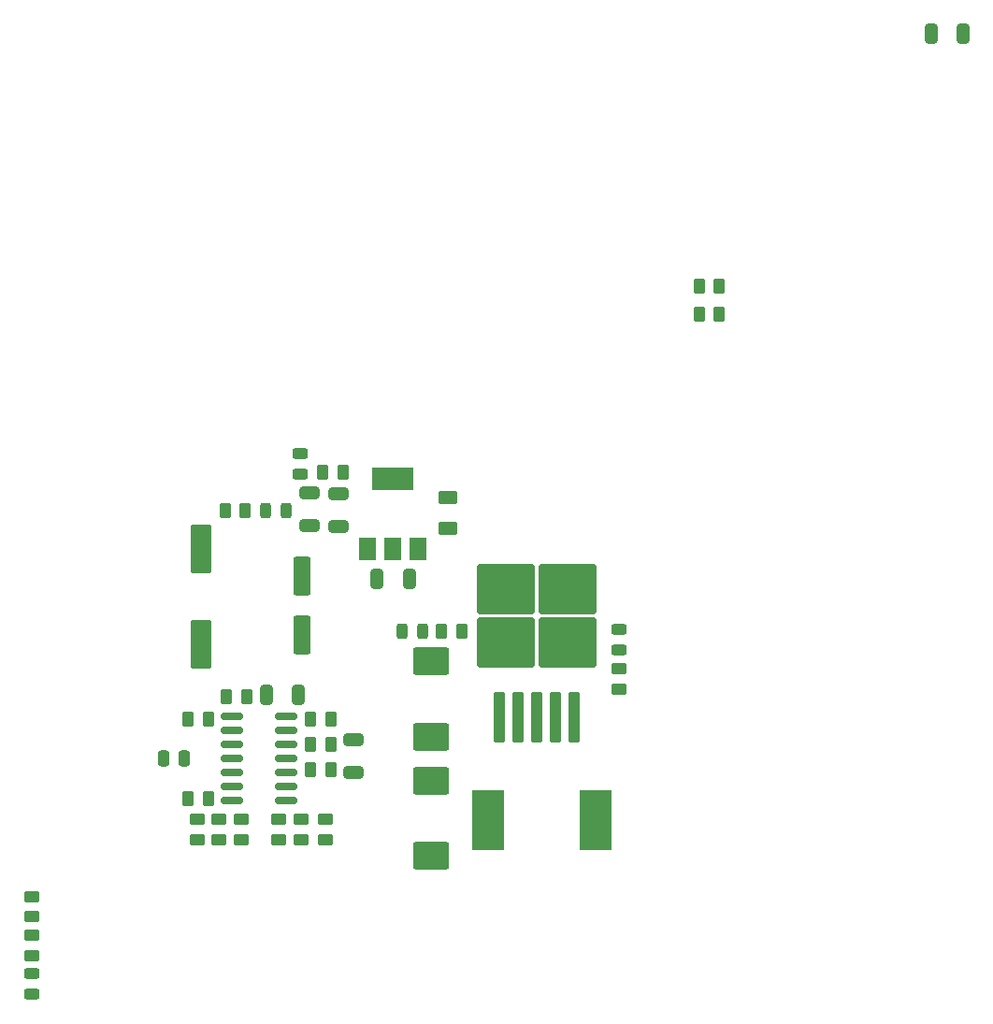
<source format=gbr>
%TF.GenerationSoftware,KiCad,Pcbnew,7.0.1*%
%TF.CreationDate,2023-04-06T21:06:24+02:00*%
%TF.ProjectId,Scout_Robot_Controller,53636f75-745f-4526-9f62-6f745f436f6e,rev?*%
%TF.SameCoordinates,Original*%
%TF.FileFunction,Paste,Top*%
%TF.FilePolarity,Positive*%
%FSLAX46Y46*%
G04 Gerber Fmt 4.6, Leading zero omitted, Abs format (unit mm)*
G04 Created by KiCad (PCBNEW 7.0.1) date 2023-04-06 21:06:24*
%MOMM*%
%LPD*%
G01*
G04 APERTURE LIST*
G04 Aperture macros list*
%AMRoundRect*
0 Rectangle with rounded corners*
0 $1 Rounding radius*
0 $2 $3 $4 $5 $6 $7 $8 $9 X,Y pos of 4 corners*
0 Add a 4 corners polygon primitive as box body*
4,1,4,$2,$3,$4,$5,$6,$7,$8,$9,$2,$3,0*
0 Add four circle primitives for the rounded corners*
1,1,$1+$1,$2,$3*
1,1,$1+$1,$4,$5*
1,1,$1+$1,$6,$7*
1,1,$1+$1,$8,$9*
0 Add four rect primitives between the rounded corners*
20,1,$1+$1,$2,$3,$4,$5,0*
20,1,$1+$1,$4,$5,$6,$7,0*
20,1,$1+$1,$6,$7,$8,$9,0*
20,1,$1+$1,$8,$9,$2,$3,0*%
G04 Aperture macros list end*
%ADD10RoundRect,0.250000X-0.262500X-0.450000X0.262500X-0.450000X0.262500X0.450000X-0.262500X0.450000X0*%
%ADD11RoundRect,0.250000X0.625000X-0.375000X0.625000X0.375000X-0.625000X0.375000X-0.625000X-0.375000X0*%
%ADD12RoundRect,0.250000X-0.650000X0.325000X-0.650000X-0.325000X0.650000X-0.325000X0.650000X0.325000X0*%
%ADD13RoundRect,0.250000X0.300000X-2.050000X0.300000X2.050000X-0.300000X2.050000X-0.300000X-2.050000X0*%
%ADD14RoundRect,0.250000X2.375000X-2.025000X2.375000X2.025000X-2.375000X2.025000X-2.375000X-2.025000X0*%
%ADD15RoundRect,0.250000X-0.325000X-0.650000X0.325000X-0.650000X0.325000X0.650000X-0.325000X0.650000X0*%
%ADD16RoundRect,0.243750X0.243750X0.456250X-0.243750X0.456250X-0.243750X-0.456250X0.243750X-0.456250X0*%
%ADD17RoundRect,0.250000X0.550000X-1.500000X0.550000X1.500000X-0.550000X1.500000X-0.550000X-1.500000X0*%
%ADD18R,1.500000X2.000000*%
%ADD19R,3.800000X2.000000*%
%ADD20RoundRect,0.250000X0.450000X-0.262500X0.450000X0.262500X-0.450000X0.262500X-0.450000X-0.262500X0*%
%ADD21RoundRect,0.243750X-0.243750X-0.456250X0.243750X-0.456250X0.243750X0.456250X-0.243750X0.456250X0*%
%ADD22RoundRect,0.250000X-0.450000X0.262500X-0.450000X-0.262500X0.450000X-0.262500X0.450000X0.262500X0*%
%ADD23RoundRect,0.250000X0.262500X0.450000X-0.262500X0.450000X-0.262500X-0.450000X0.262500X-0.450000X0*%
%ADD24RoundRect,0.243750X0.456250X-0.243750X0.456250X0.243750X-0.456250X0.243750X-0.456250X-0.243750X0*%
%ADD25RoundRect,0.243750X-0.456250X0.243750X-0.456250X-0.243750X0.456250X-0.243750X0.456250X0.243750X0*%
%ADD26RoundRect,0.250000X1.400000X1.000000X-1.400000X1.000000X-1.400000X-1.000000X1.400000X-1.000000X0*%
%ADD27RoundRect,0.250000X0.325000X0.650000X-0.325000X0.650000X-0.325000X-0.650000X0.325000X-0.650000X0*%
%ADD28RoundRect,0.250000X-0.700000X1.950000X-0.700000X-1.950000X0.700000X-1.950000X0.700000X1.950000X0*%
%ADD29RoundRect,0.150000X-0.825000X-0.150000X0.825000X-0.150000X0.825000X0.150000X-0.825000X0.150000X0*%
%ADD30R,2.900000X5.400000*%
%ADD31RoundRect,0.250000X0.250000X0.475000X-0.250000X0.475000X-0.250000X-0.475000X0.250000X-0.475000X0*%
G04 APERTURE END LIST*
D10*
%TO.C,R9*%
X181275000Y-86800000D03*
X183100000Y-86800000D03*
%TD*%
D11*
%TO.C,D10*%
X158500000Y-106150000D03*
X158500000Y-103350000D03*
%TD*%
D10*
%TO.C,R27*%
X146100000Y-128000000D03*
X147925000Y-128000000D03*
%TD*%
D12*
%TO.C,C12*%
X150000000Y-125325000D03*
X150000000Y-128275000D03*
%TD*%
%TO.C,C25*%
X146000000Y-102975000D03*
X146000000Y-105925000D03*
%TD*%
D13*
%TO.C,U3*%
X163175000Y-123225000D03*
X164875000Y-123225000D03*
X166575000Y-123225000D03*
D14*
X163800000Y-116500000D03*
X169350000Y-116500000D03*
X163800000Y-111650000D03*
X169350000Y-111650000D03*
D13*
X168275000Y-123225000D03*
X169975000Y-123225000D03*
%TD*%
D15*
%TO.C,C11*%
X142050000Y-121200000D03*
X145000000Y-121200000D03*
%TD*%
D16*
%TO.C,D8*%
X143837500Y-104550000D03*
X141962500Y-104550000D03*
%TD*%
D17*
%TO.C,C15*%
X145262500Y-115850000D03*
X145262500Y-110450000D03*
%TD*%
D18*
%TO.C,U7*%
X151200000Y-108000000D03*
X153500000Y-108000000D03*
D19*
X153500000Y-101700000D03*
D18*
X155800000Y-108000000D03*
%TD*%
D20*
%TO.C,R24*%
X139800000Y-134312500D03*
X139800000Y-132487500D03*
%TD*%
D15*
%TO.C,C1*%
X202250000Y-61400000D03*
X205200000Y-61400000D03*
%TD*%
D21*
%TO.C,D2*%
X154375000Y-115500000D03*
X156250000Y-115500000D03*
%TD*%
D22*
%TO.C,R21*%
X174000000Y-118887500D03*
X174000000Y-120712500D03*
%TD*%
D23*
%TO.C,R40*%
X136812500Y-130630000D03*
X134987500Y-130630000D03*
%TD*%
D20*
%TO.C,R26*%
X145200000Y-134312500D03*
X145200000Y-132487500D03*
%TD*%
D24*
%TO.C,D6*%
X174000000Y-117187500D03*
X174000000Y-115312500D03*
%TD*%
D10*
%TO.C,R34*%
X146087500Y-125700000D03*
X147912500Y-125700000D03*
%TD*%
D25*
%TO.C,D11*%
X145100000Y-99375000D03*
X145100000Y-101250000D03*
%TD*%
D26*
%TO.C,D1*%
X157000000Y-125000000D03*
X157000000Y-118200000D03*
%TD*%
D27*
%TO.C,C24*%
X155050000Y-110750000D03*
X152100000Y-110750000D03*
%TD*%
D20*
%TO.C,R23*%
X137800000Y-134325000D03*
X137800000Y-132500000D03*
%TD*%
D28*
%TO.C,C20*%
X136162500Y-108000000D03*
X136162500Y-116700000D03*
%TD*%
D10*
%TO.C,R8*%
X181275000Y-84200000D03*
X183100000Y-84200000D03*
%TD*%
D23*
%TO.C,R49*%
X149000000Y-101050000D03*
X147175000Y-101050000D03*
%TD*%
D24*
%TO.C,D4*%
X120800000Y-148337500D03*
X120800000Y-146462500D03*
%TD*%
D10*
%TO.C,R30*%
X135000000Y-123400000D03*
X136825000Y-123400000D03*
%TD*%
D20*
%TO.C,R25*%
X143200000Y-134312500D03*
X143200000Y-132487500D03*
%TD*%
D22*
%TO.C,R14*%
X120800000Y-143000000D03*
X120800000Y-144825000D03*
%TD*%
D26*
%TO.C,D5*%
X157000000Y-135800000D03*
X157000000Y-129000000D03*
%TD*%
D20*
%TO.C,R22*%
X135800000Y-134312500D03*
X135800000Y-132487500D03*
%TD*%
D29*
%TO.C,U4*%
X138950000Y-123220000D03*
X138950000Y-124490000D03*
X138950000Y-125760000D03*
X138950000Y-127030000D03*
X138950000Y-128300000D03*
X138950000Y-129570000D03*
X138950000Y-130840000D03*
X143900000Y-130840000D03*
X143900000Y-129570000D03*
X143900000Y-128300000D03*
X143900000Y-127030000D03*
X143900000Y-125760000D03*
X143900000Y-124490000D03*
X143900000Y-123220000D03*
%TD*%
D10*
%TO.C,R11*%
X157925000Y-115500000D03*
X159750000Y-115500000D03*
%TD*%
D12*
%TO.C,C26*%
X148600000Y-103000000D03*
X148600000Y-105950000D03*
%TD*%
D22*
%TO.C,R12*%
X120800000Y-139487500D03*
X120800000Y-141312500D03*
%TD*%
D23*
%TO.C,R33*%
X140312500Y-121400000D03*
X138487500Y-121400000D03*
%TD*%
D10*
%TO.C,R39*%
X146087500Y-123400000D03*
X147912500Y-123400000D03*
%TD*%
%TO.C,R47*%
X138350000Y-104550000D03*
X140175000Y-104550000D03*
%TD*%
D30*
%TO.C,L1*%
X162150000Y-132600000D03*
X171850000Y-132600000D03*
%TD*%
D31*
%TO.C,C6*%
X134650000Y-127000000D03*
X132750000Y-127000000D03*
%TD*%
D20*
%TO.C,R31*%
X147400000Y-134312500D03*
X147400000Y-132487500D03*
%TD*%
M02*

</source>
